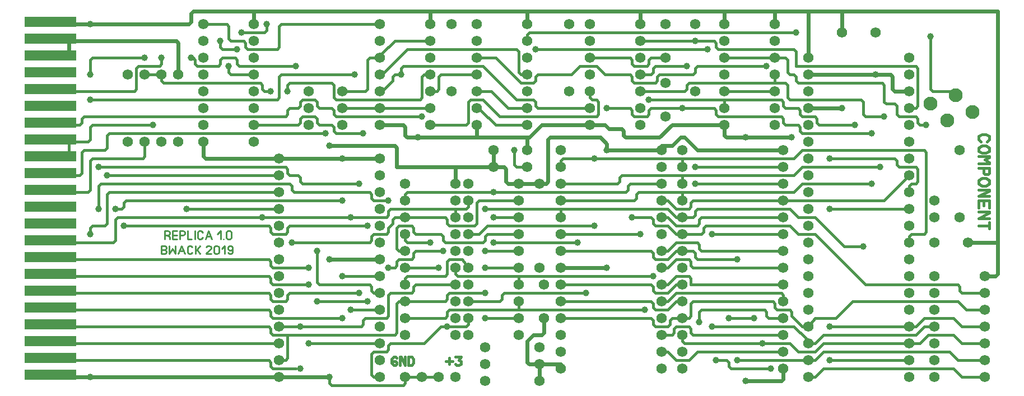
<source format=gbr>
%FSLAX34Y34*%
%MOMM*%
%LNCOPPER_TOP*%
G71*
G01*
%ADD10C,1.560*%
%ADD11C,2.100*%
%ADD12C,1.000*%
%ADD13C,0.630*%
%ADD14C,0.400*%
%ADD15R,7.800X1.600*%
%ADD16C,0.222*%
%LPD*%
X279400Y939800D02*
G54D10*
D03*
X279400Y965200D02*
G54D10*
D03*
X279400Y914400D02*
G54D10*
D03*
X279400Y889000D02*
G54D10*
D03*
X279400Y863600D02*
G54D10*
D03*
X279400Y838200D02*
G54D10*
D03*
X279400Y812800D02*
G54D10*
D03*
X279400Y787400D02*
G54D10*
D03*
X355600Y939800D02*
G54D10*
D03*
X355600Y965200D02*
G54D10*
D03*
X355600Y914400D02*
G54D10*
D03*
X355600Y889000D02*
G54D10*
D03*
X355600Y863600D02*
G54D10*
D03*
X355600Y838200D02*
G54D10*
D03*
X355600Y812800D02*
G54D10*
D03*
X355600Y787400D02*
G54D10*
D03*
X546100Y939800D02*
G54D10*
D03*
X546100Y965200D02*
G54D10*
D03*
X546100Y914400D02*
G54D10*
D03*
X546100Y889000D02*
G54D10*
D03*
X546100Y863600D02*
G54D10*
D03*
X546100Y838200D02*
G54D10*
D03*
X546100Y812800D02*
G54D10*
D03*
X622300Y939800D02*
G54D10*
D03*
X622300Y965200D02*
G54D10*
D03*
X622300Y914400D02*
G54D10*
D03*
X622300Y889000D02*
G54D10*
D03*
X622300Y863600D02*
G54D10*
D03*
X622300Y838200D02*
G54D10*
D03*
X622300Y812800D02*
G54D10*
D03*
X863600Y939800D02*
G54D10*
D03*
X863600Y965200D02*
G54D10*
D03*
X863600Y914400D02*
G54D10*
D03*
X863600Y889000D02*
G54D10*
D03*
X863600Y863600D02*
G54D10*
D03*
X863600Y838200D02*
G54D10*
D03*
X863600Y812800D02*
G54D10*
D03*
X939800Y939800D02*
G54D10*
D03*
X939800Y965200D02*
G54D10*
D03*
X939800Y914400D02*
G54D10*
D03*
X939800Y889000D02*
G54D10*
D03*
X939800Y863600D02*
G54D10*
D03*
X939800Y838200D02*
G54D10*
D03*
X939800Y812800D02*
G54D10*
D03*
X692150Y939800D02*
G54D10*
D03*
X692150Y965200D02*
G54D10*
D03*
X692150Y914400D02*
G54D10*
D03*
X692150Y889000D02*
G54D10*
D03*
X692150Y863600D02*
G54D10*
D03*
X692150Y838200D02*
G54D10*
D03*
X692150Y812800D02*
G54D10*
D03*
X768350Y939800D02*
G54D10*
D03*
X768350Y965200D02*
G54D10*
D03*
X768350Y914400D02*
G54D10*
D03*
X768350Y889000D02*
G54D10*
D03*
X768350Y863600D02*
G54D10*
D03*
X768350Y838200D02*
G54D10*
D03*
X768350Y812800D02*
G54D10*
D03*
X393700Y762000D02*
G54D10*
D03*
X393700Y736600D02*
G54D10*
D03*
X393700Y711200D02*
G54D10*
D03*
X393700Y685800D02*
G54D10*
D03*
X393700Y660400D02*
G54D10*
D03*
X393700Y635000D02*
G54D10*
D03*
X393700Y609600D02*
G54D10*
D03*
X393700Y584200D02*
G54D10*
D03*
X393700Y558800D02*
G54D10*
D03*
X393700Y533400D02*
G54D10*
D03*
X393700Y508000D02*
G54D10*
D03*
X393700Y482600D02*
G54D10*
D03*
X393700Y457200D02*
G54D10*
D03*
X393700Y431800D02*
G54D10*
D03*
X546100Y762000D02*
G54D10*
D03*
X546100Y736600D02*
G54D10*
D03*
X546100Y711200D02*
G54D10*
D03*
X546100Y685800D02*
G54D10*
D03*
X546100Y660400D02*
G54D10*
D03*
X546100Y635000D02*
G54D10*
D03*
X546100Y609600D02*
G54D10*
D03*
X546100Y584200D02*
G54D10*
D03*
X546100Y558800D02*
G54D10*
D03*
X546100Y533400D02*
G54D10*
D03*
X546100Y508000D02*
G54D10*
D03*
X546100Y482600D02*
G54D10*
D03*
X546100Y457200D02*
G54D10*
D03*
X546100Y431800D02*
G54D10*
D03*
X584200Y723900D02*
G54D10*
D03*
X584200Y698500D02*
G54D10*
D03*
X584200Y673100D02*
G54D10*
D03*
X584200Y647700D02*
G54D10*
D03*
X584200Y622300D02*
G54D10*
D03*
X584200Y596900D02*
G54D10*
D03*
X584200Y571500D02*
G54D10*
D03*
X584200Y546100D02*
G54D10*
D03*
X584200Y520700D02*
G54D10*
D03*
X584200Y495300D02*
G54D10*
D03*
X660400Y723900D02*
G54D10*
D03*
X660400Y698500D02*
G54D10*
D03*
X660400Y673100D02*
G54D10*
D03*
X660400Y647700D02*
G54D10*
D03*
X660400Y622300D02*
G54D10*
D03*
X660400Y596900D02*
G54D10*
D03*
X660400Y571500D02*
G54D10*
D03*
X660400Y546100D02*
G54D10*
D03*
X660400Y520700D02*
G54D10*
D03*
X660400Y495300D02*
G54D10*
D03*
X679450Y723900D02*
G54D10*
D03*
X679450Y698500D02*
G54D10*
D03*
X679450Y673100D02*
G54D10*
D03*
X679450Y647700D02*
G54D10*
D03*
X679450Y622300D02*
G54D10*
D03*
X679450Y596900D02*
G54D10*
D03*
X679450Y571500D02*
G54D10*
D03*
X679450Y546100D02*
G54D10*
D03*
X679450Y520700D02*
G54D10*
D03*
X679450Y495300D02*
G54D10*
D03*
X755650Y723900D02*
G54D10*
D03*
X755650Y698500D02*
G54D10*
D03*
X755650Y673100D02*
G54D10*
D03*
X755650Y647700D02*
G54D10*
D03*
X755650Y622300D02*
G54D10*
D03*
X755650Y596900D02*
G54D10*
D03*
X755650Y571500D02*
G54D10*
D03*
X755650Y546100D02*
G54D10*
D03*
X755650Y520700D02*
G54D10*
D03*
X755650Y495300D02*
G54D10*
D03*
X819150Y774700D02*
G54D10*
D03*
X819150Y749300D02*
G54D10*
D03*
X819150Y723900D02*
G54D10*
D03*
X819150Y698500D02*
G54D10*
D03*
X819150Y673100D02*
G54D10*
D03*
X819150Y647700D02*
G54D10*
D03*
X819150Y622300D02*
G54D10*
D03*
X819150Y596900D02*
G54D10*
D03*
X819150Y571500D02*
G54D10*
D03*
X819150Y546100D02*
G54D10*
D03*
X819150Y520700D02*
G54D10*
D03*
X819150Y495300D02*
G54D10*
D03*
X819150Y469900D02*
G54D10*
D03*
X819150Y444500D02*
G54D10*
D03*
X971550Y774700D02*
G54D10*
D03*
X971550Y749300D02*
G54D10*
D03*
X971550Y723900D02*
G54D10*
D03*
X971550Y698500D02*
G54D10*
D03*
X971550Y673100D02*
G54D10*
D03*
X971550Y647700D02*
G54D10*
D03*
X971550Y622300D02*
G54D10*
D03*
X971550Y596900D02*
G54D10*
D03*
X971550Y571500D02*
G54D10*
D03*
X971550Y546100D02*
G54D10*
D03*
X971550Y520700D02*
G54D10*
D03*
X971550Y495300D02*
G54D10*
D03*
X971550Y469900D02*
G54D10*
D03*
X971550Y444500D02*
G54D10*
D03*
X1003300Y774700D02*
G54D10*
D03*
X1003300Y749300D02*
G54D10*
D03*
X1003300Y723900D02*
G54D10*
D03*
X1003300Y698500D02*
G54D10*
D03*
X1003300Y673100D02*
G54D10*
D03*
X1003300Y647700D02*
G54D10*
D03*
X1003300Y622300D02*
G54D10*
D03*
X1003300Y596900D02*
G54D10*
D03*
X1003300Y571500D02*
G54D10*
D03*
X1003300Y546100D02*
G54D10*
D03*
X1003300Y520700D02*
G54D10*
D03*
X1003300Y495300D02*
G54D10*
D03*
X1003300Y469900D02*
G54D10*
D03*
X1003300Y444500D02*
G54D10*
D03*
X1155700Y774700D02*
G54D10*
D03*
X1155700Y749300D02*
G54D10*
D03*
X1155700Y723900D02*
G54D10*
D03*
X1155700Y698500D02*
G54D10*
D03*
X1155700Y673100D02*
G54D10*
D03*
X1155700Y647700D02*
G54D10*
D03*
X1155700Y622300D02*
G54D10*
D03*
X1155700Y596900D02*
G54D10*
D03*
X1155700Y571500D02*
G54D10*
D03*
X1155700Y546100D02*
G54D10*
D03*
X1155700Y520700D02*
G54D10*
D03*
X1155700Y495300D02*
G54D10*
D03*
X1155700Y469900D02*
G54D10*
D03*
X1155700Y444500D02*
G54D10*
D03*
X1066800Y939800D02*
G54D10*
D03*
X1066800Y965200D02*
G54D10*
D03*
X1066800Y914400D02*
G54D10*
D03*
X1066800Y889000D02*
G54D10*
D03*
X1066800Y863600D02*
G54D10*
D03*
X1066800Y838200D02*
G54D10*
D03*
X1066800Y812800D02*
G54D10*
D03*
X1143000Y939800D02*
G54D10*
D03*
X1143000Y965200D02*
G54D10*
D03*
X1143000Y914400D02*
G54D10*
D03*
X1143000Y889000D02*
G54D10*
D03*
X1143000Y863600D02*
G54D10*
D03*
X1143000Y838200D02*
G54D10*
D03*
X1143000Y812800D02*
G54D10*
D03*
X1193800Y914400D02*
G54D10*
D03*
X1193800Y889000D02*
G54D10*
D03*
X1193800Y863600D02*
G54D10*
D03*
X1193800Y838200D02*
G54D10*
D03*
X1193800Y812800D02*
G54D10*
D03*
X1193800Y787400D02*
G54D10*
D03*
X1193800Y762000D02*
G54D10*
D03*
X1193800Y736600D02*
G54D10*
D03*
X1193800Y711200D02*
G54D10*
D03*
X1193800Y685800D02*
G54D10*
D03*
X1193800Y660400D02*
G54D10*
D03*
X1193800Y635000D02*
G54D10*
D03*
X1193800Y609600D02*
G54D10*
D03*
X1193800Y584200D02*
G54D10*
D03*
X1346200Y914400D02*
G54D10*
D03*
X1346200Y889000D02*
G54D10*
D03*
X1346200Y863600D02*
G54D10*
D03*
X1346200Y838200D02*
G54D10*
D03*
X1346200Y812800D02*
G54D10*
D03*
X1346200Y787400D02*
G54D10*
D03*
X1346200Y762000D02*
G54D10*
D03*
X1346200Y736600D02*
G54D10*
D03*
X1346200Y711200D02*
G54D10*
D03*
X1346200Y685800D02*
G54D10*
D03*
X1346200Y660400D02*
G54D10*
D03*
X1346200Y635000D02*
G54D10*
D03*
X1346200Y609600D02*
G54D10*
D03*
X1346200Y584200D02*
G54D10*
D03*
X1193800Y558800D02*
G54D10*
D03*
X1193800Y533400D02*
G54D10*
D03*
X1193800Y508000D02*
G54D10*
D03*
X1193800Y482600D02*
G54D10*
D03*
X1193800Y457200D02*
G54D10*
D03*
X1193800Y431800D02*
G54D10*
D03*
X1346200Y558800D02*
G54D10*
D03*
X1346200Y533400D02*
G54D10*
D03*
X1346200Y508000D02*
G54D10*
D03*
X1346200Y482600D02*
G54D10*
D03*
X1346200Y457200D02*
G54D10*
D03*
X1346200Y431800D02*
G54D10*
D03*
X1384300Y584200D02*
G54D10*
D03*
X1384300Y558800D02*
G54D10*
D03*
X1384300Y533400D02*
G54D10*
D03*
X1384300Y508000D02*
G54D10*
D03*
X1384300Y482600D02*
G54D10*
D03*
X1384300Y457200D02*
G54D10*
D03*
X1384300Y431800D02*
G54D10*
D03*
X1460500Y584200D02*
G54D10*
D03*
X1460500Y558800D02*
G54D10*
D03*
X1460500Y533400D02*
G54D10*
D03*
X1460500Y508000D02*
G54D10*
D03*
X1460500Y482600D02*
G54D10*
D03*
X1460500Y457200D02*
G54D10*
D03*
X1460500Y431800D02*
G54D10*
D03*
X165100Y889000D02*
G54D10*
D03*
X190500Y889000D02*
G54D10*
D03*
X215900Y889000D02*
G54D10*
D03*
X241300Y889000D02*
G54D10*
D03*
X165100Y787400D02*
G54D10*
D03*
X190500Y787400D02*
G54D10*
D03*
X215900Y787400D02*
G54D10*
D03*
X241300Y787400D02*
G54D10*
D03*
X438150Y863600D02*
G54D10*
D03*
X438150Y838200D02*
G54D10*
D03*
X438150Y812800D02*
G54D10*
D03*
X488950Y812800D02*
G54D10*
D03*
X488950Y838200D02*
G54D10*
D03*
X488950Y863600D02*
G54D10*
D03*
X654050Y965200D02*
G54D10*
D03*
X654050Y863600D02*
G54D10*
D03*
X831850Y965200D02*
G54D10*
D03*
X831850Y863600D02*
G54D10*
D03*
X977900Y965200D02*
G54D10*
D03*
X1022350Y965200D02*
G54D10*
D03*
X977900Y914400D02*
G54D10*
D03*
X977900Y876300D02*
G54D10*
D03*
X1022350Y863600D02*
G54D10*
D03*
X977900Y825500D02*
G54D10*
D03*
X717550Y774700D02*
G54D10*
D03*
X717550Y749300D02*
G54D10*
D03*
X768350Y774700D02*
G54D10*
D03*
X768350Y749300D02*
G54D10*
D03*
X787400Y723900D02*
G54D10*
D03*
X787400Y596900D02*
G54D10*
D03*
X793750Y571500D02*
G54D10*
D03*
X1244600Y952500D02*
G54D10*
D03*
X1295400Y952500D02*
G54D10*
D03*
X1422400Y774700D02*
G54D10*
D03*
X1384300Y698500D02*
G54D10*
D03*
X1384300Y673100D02*
G54D10*
D03*
X1422400Y673100D02*
G54D10*
D03*
X1435100Y635000D02*
G54D10*
D03*
X1384300Y635000D02*
G54D10*
D03*
X793750Y520700D02*
G54D10*
D03*
X787400Y476250D02*
G54D10*
D03*
X787400Y450850D02*
G54D10*
D03*
X787400Y425450D02*
G54D10*
D03*
X704850Y425450D02*
G54D10*
D03*
X704850Y450850D02*
G54D10*
D03*
X704850Y476250D02*
G54D10*
D03*
X660400Y431800D02*
G54D10*
D03*
X635000Y431800D02*
G54D10*
D03*
X609600Y431800D02*
G54D10*
D03*
X584200Y431800D02*
G54D10*
D03*
X1416050Y857250D02*
G54D11*
D03*
X1377950Y844550D02*
G54D11*
D03*
X1441450Y831850D02*
G54D11*
D03*
X1403350Y819150D02*
G54D11*
D03*
X190500Y914400D02*
G54D12*
D03*
X215900Y914400D02*
G54D12*
D03*
X260350Y914400D02*
G54D12*
D03*
X107950Y889000D02*
G54D12*
D03*
X107950Y965200D02*
G54D12*
D03*
X304800Y939800D02*
G54D12*
D03*
X317500Y901700D02*
G54D12*
D03*
X107950Y850900D02*
G54D12*
D03*
X203200Y812800D02*
G54D12*
D03*
X120650Y749300D02*
G54D12*
D03*
X133350Y736600D02*
G54D12*
D03*
X120650Y685800D02*
G54D12*
D03*
X146050Y685800D02*
G54D12*
D03*
X254000Y685800D02*
G54D12*
D03*
X107950Y647700D02*
G54D12*
D03*
X158750Y660400D02*
G54D12*
D03*
X368300Y673100D02*
G54D12*
D03*
X488950Y698500D02*
G54D12*
D03*
X514350Y723900D02*
G54D12*
D03*
X488950Y762000D02*
G54D12*
D03*
X469900Y781050D02*
G54D12*
D03*
X463550Y800100D02*
G54D12*
D03*
X520700Y800100D02*
G54D12*
D03*
X558800Y698500D02*
G54D12*
D03*
X527050Y660400D02*
G54D12*
D03*
X501650Y673100D02*
G54D12*
D03*
X469900Y609600D02*
G54D12*
D03*
X450850Y622300D02*
G54D12*
D03*
X412750Y635000D02*
G54D12*
D03*
X438150Y596900D02*
G54D12*
D03*
X438150Y571500D02*
G54D12*
D03*
X488950Y584200D02*
G54D12*
D03*
X514350Y558800D02*
G54D12*
D03*
X527050Y546100D02*
G54D12*
D03*
X450850Y546100D02*
G54D12*
D03*
X501650Y533400D02*
G54D12*
D03*
X488950Y520700D02*
G54D12*
D03*
X425450Y508000D02*
G54D12*
D03*
X438150Y482600D02*
G54D12*
D03*
X425450Y444500D02*
G54D12*
D03*
X469900Y431800D02*
G54D12*
D03*
X647700Y508000D02*
G54D12*
D03*
X558800Y596900D02*
G54D12*
D03*
X635000Y596900D02*
G54D12*
D03*
X641350Y622300D02*
G54D12*
D03*
X622300Y635000D02*
G54D12*
D03*
X704850Y520700D02*
G54D12*
D03*
X704850Y558800D02*
G54D12*
D03*
X704850Y596900D02*
G54D12*
D03*
X704850Y622300D02*
G54D12*
D03*
X717550Y635000D02*
G54D12*
D03*
X717550Y673100D02*
G54D12*
D03*
X704850Y685800D02*
G54D12*
D03*
X717550Y711200D02*
G54D12*
D03*
X749300Y774700D02*
G54D12*
D03*
X869950Y762000D02*
G54D12*
D03*
X889000Y774700D02*
G54D12*
D03*
X939800Y647700D02*
G54D12*
D03*
X927100Y673100D02*
G54D12*
D03*
X869950Y660400D02*
G54D12*
D03*
X844550Y635000D02*
G54D12*
D03*
X889000Y596900D02*
G54D12*
D03*
X857250Y558800D02*
G54D12*
D03*
X603250Y793750D02*
G54D12*
D03*
X609600Y825500D02*
G54D12*
D03*
X107950Y431800D02*
G54D12*
D03*
X330200Y927100D02*
G54D12*
D03*
X336550Y952500D02*
G54D12*
D03*
X374650Y965200D02*
G54D12*
D03*
X381000Y863600D02*
G54D12*
D03*
X406400Y863600D02*
G54D12*
D03*
X419100Y901700D02*
G54D12*
D03*
X508000Y889000D02*
G54D12*
D03*
X577850Y889000D02*
G54D12*
D03*
X781050Y927100D02*
G54D12*
D03*
X889000Y838200D02*
G54D12*
D03*
X1022350Y939800D02*
G54D12*
D03*
X1041400Y927100D02*
G54D12*
D03*
X1009650Y901700D02*
G54D12*
D03*
X952500Y850900D02*
G54D12*
D03*
X1003300Y838200D02*
G54D12*
D03*
X1098550Y793750D02*
G54D12*
D03*
X1130300Y901700D02*
G54D12*
D03*
X1174750Y952500D02*
G54D12*
D03*
X1377950Y946150D02*
G54D12*
D03*
X1295400Y889000D02*
G54D12*
D03*
X1244600Y838200D02*
G54D12*
D03*
X1263650Y812800D02*
G54D12*
D03*
X1308100Y825500D02*
G54D12*
D03*
X1289050Y800100D02*
G54D12*
D03*
X1168400Y793750D02*
G54D12*
D03*
X1371600Y812800D02*
G54D12*
D03*
X1301750Y749300D02*
G54D12*
D03*
X1289050Y723900D02*
G54D12*
D03*
X1225550Y762000D02*
G54D12*
D03*
X1225550Y685800D02*
G54D12*
D03*
X1276350Y628650D02*
G54D12*
D03*
X1047750Y647700D02*
G54D12*
D03*
X1085850Y609600D02*
G54D12*
D03*
X1022350Y723900D02*
G54D12*
D03*
X1022350Y749300D02*
G54D12*
D03*
X958850Y584200D02*
G54D12*
D03*
X946150Y533400D02*
G54D12*
D03*
X1028700Y514350D02*
G54D12*
D03*
X1047750Y508000D02*
G54D12*
D03*
X1073150Y520700D02*
G54D12*
D03*
X1111250Y520700D02*
G54D12*
D03*
X1225550Y508000D02*
G54D12*
D03*
X1054100Y457200D02*
G54D12*
D03*
X1085850Y457200D02*
G54D12*
D03*
X1098550Y425450D02*
G54D12*
D03*
X1136650Y444500D02*
G54D12*
D03*
X1123950Y482600D02*
G54D12*
D03*
X1225550Y457200D02*
G54D12*
D03*
G54D13*
X76200Y965200D02*
X257175Y965200D01*
X260350Y968375D01*
X260350Y981075D01*
X263525Y984250D01*
X355600Y984250D01*
X355600Y965200D01*
G54D13*
X355600Y984250D02*
X622300Y984250D01*
X622300Y965200D01*
G54D13*
X622300Y984250D02*
X768350Y984250D01*
X768350Y965200D01*
G54D13*
X768350Y984250D02*
X939800Y984250D01*
X939800Y965200D01*
G54D13*
X939800Y984250D02*
X1066800Y984250D01*
X1066800Y965200D01*
X1066800Y984250D01*
X1143000Y984250D01*
X1143000Y965200D01*
G54D13*
X1143000Y984250D02*
X1193800Y984250D01*
X1193800Y914400D01*
G54D13*
X1193800Y984250D02*
X1244600Y984250D01*
X1244600Y952500D01*
G54D13*
X1244600Y984250D02*
X1479550Y984250D01*
X1479550Y635000D01*
X1435100Y635000D01*
G54D13*
X1479550Y635000D02*
X1479550Y587375D01*
X1476375Y584200D01*
X1460500Y584200D01*
G54D13*
X76200Y939800D02*
X238125Y939800D01*
X241300Y936625D01*
X241300Y889000D01*
G54D13*
X469900Y781050D02*
X568325Y781050D01*
X571500Y777875D01*
X571500Y749300D01*
X660400Y749300D01*
X660400Y723900D01*
G54D13*
X660400Y749300D02*
X733425Y749300D01*
X736600Y746125D01*
X736600Y727075D01*
X739775Y723900D01*
X796925Y723900D01*
X800100Y727075D01*
X800100Y790575D01*
X803275Y793750D01*
X879475Y793750D01*
X889000Y784225D01*
X889000Y774700D01*
G54D13*
X889000Y774700D02*
X971550Y774700D01*
X971550Y781050D01*
X987425Y781050D01*
X1000125Y793750D01*
X1006475Y793750D01*
X1025525Y774700D01*
X1155700Y774700D01*
G54D13*
X1168400Y793750D02*
X1069975Y793750D01*
X1066800Y796925D01*
X1066800Y812800D01*
X987425Y812800D01*
X968375Y793750D01*
X917575Y793750D01*
X914400Y796925D01*
X914400Y803275D01*
X911225Y806450D01*
X892175Y806450D01*
X885825Y812800D01*
X790575Y812800D01*
X771525Y793750D01*
X768350Y793750D01*
X768350Y774700D01*
G54D13*
X768350Y793750D02*
X692150Y793750D01*
X692150Y812800D01*
G54D13*
X692150Y793750D02*
X587375Y793750D01*
X584200Y796925D01*
X584200Y809625D01*
X581025Y812800D01*
X546100Y812800D01*
G54D13*
X546100Y762000D02*
X282575Y762000D01*
X279400Y765175D01*
X279400Y787400D01*
G54D13*
X819150Y596900D02*
X889000Y596900D01*
G54D13*
X1346200Y863600D02*
X1323975Y863600D01*
X1320800Y866775D01*
X1320800Y885825D01*
X1317625Y889000D01*
X1193800Y889000D01*
G54D13*
X717550Y749300D02*
X717550Y774700D01*
G54D14*
X107950Y889000D02*
X107950Y911225D01*
X111125Y914400D01*
X190500Y914400D01*
G54D14*
X215900Y914400D02*
X215900Y904875D01*
X212725Y901700D01*
X180975Y901700D01*
X177800Y898525D01*
X177800Y866775D01*
X174625Y863600D01*
X76200Y863600D01*
G54D14*
X190500Y889000D02*
X215900Y889000D01*
X215900Y879475D01*
X219075Y876300D01*
X365125Y876300D01*
X368300Y873125D01*
X368300Y866775D01*
X371475Y863600D01*
X381000Y863600D01*
G54D14*
X419100Y901700D02*
X333375Y901700D01*
X330200Y904875D01*
X330200Y911225D01*
X327025Y914400D01*
X307975Y914400D01*
X304800Y911225D01*
X304800Y904875D01*
X301625Y901700D01*
X269875Y901700D01*
X266700Y904875D01*
X266700Y911225D01*
X263525Y914400D01*
X260350Y914400D01*
G54D14*
X330200Y927100D02*
X307975Y927100D01*
X304800Y930275D01*
X304800Y939800D01*
G54D14*
X336550Y952500D02*
X371475Y952500D01*
X374650Y955675D01*
X374650Y965200D01*
G54D14*
X203200Y812800D02*
X111125Y812800D01*
X107950Y809625D01*
X107950Y790575D01*
X104775Y787400D01*
X76200Y787400D01*
G54D14*
X76200Y768350D02*
X76200Y787400D01*
G54D14*
X76200Y711200D02*
X104775Y711200D01*
X107950Y714375D01*
X107950Y758825D01*
X111125Y762000D01*
X187325Y762000D01*
X190500Y765175D01*
X190500Y787400D01*
G54D14*
X393700Y736600D02*
X133350Y736600D01*
G54D14*
X393700Y685800D02*
X254000Y685800D01*
G54D14*
X107950Y850900D02*
X390525Y850900D01*
X393700Y854075D01*
X393700Y885825D01*
X396875Y889000D01*
X508000Y889000D01*
G54D14*
X355600Y889000D02*
X320675Y889000D01*
X317500Y892175D01*
X317500Y901700D01*
G54D14*
X76200Y812800D02*
X92075Y812800D01*
X95250Y815975D01*
X95250Y822325D01*
X98425Y825500D01*
X403225Y825500D01*
X406400Y828675D01*
X406400Y835025D01*
X409575Y838200D01*
X422275Y838200D01*
X425450Y841375D01*
X425450Y847725D01*
X428625Y850900D01*
X447675Y850900D01*
X450850Y847725D01*
X450850Y841375D01*
X454025Y838200D01*
X473075Y838200D01*
X476250Y835025D01*
X476250Y828675D01*
X479425Y825500D01*
X609600Y825500D01*
G54D14*
X76200Y736600D02*
X92075Y736600D01*
X95250Y739775D01*
X95250Y771525D01*
X98425Y774700D01*
X130175Y774700D01*
X133350Y777875D01*
X133350Y796925D01*
X136525Y800100D01*
X463550Y800100D01*
G54D14*
X355600Y812800D02*
X422275Y812800D01*
X425450Y815975D01*
X425450Y822325D01*
X428625Y825500D01*
X447675Y825500D01*
X450850Y822325D01*
X450850Y815975D01*
X454025Y812800D01*
X473075Y812800D01*
X476250Y809625D01*
X476250Y803275D01*
X479425Y800100D01*
X520700Y800100D01*
G54D14*
X514350Y723900D02*
X428625Y723900D01*
X425450Y727075D01*
X425450Y733425D01*
X422275Y736600D01*
X409575Y736600D01*
X406400Y739775D01*
X406400Y746125D01*
X403225Y749300D01*
X120650Y749300D01*
G54D14*
X120650Y685800D02*
X120650Y720725D01*
X123825Y723900D01*
X409575Y723900D01*
X412750Y720725D01*
X412750Y714375D01*
X415925Y711200D01*
X530225Y711200D01*
X533400Y708025D01*
X533400Y701675D01*
X536575Y698500D01*
X558800Y698500D01*
G54D14*
X393700Y711200D02*
X136525Y711200D01*
X133350Y708025D01*
X133350Y663575D01*
X130175Y660400D01*
X111125Y660400D01*
X107950Y657225D01*
X107950Y647700D01*
G54D14*
X146050Y685800D02*
X155575Y685800D01*
X158750Y688975D01*
X158750Y695325D01*
X161925Y698500D01*
X488950Y698500D01*
G54D14*
X76200Y635000D02*
X142875Y635000D01*
X146050Y638175D01*
X146050Y669925D01*
X149225Y673100D01*
X555625Y673100D01*
X558800Y676275D01*
X558800Y682625D01*
X561975Y685800D01*
X676275Y685800D01*
X679450Y688975D01*
X679450Y698500D01*
G54D14*
X527050Y660400D02*
X409575Y660400D01*
X406400Y657225D01*
X406400Y650875D01*
X403225Y647700D01*
X384175Y647700D01*
X381000Y650875D01*
X381000Y657225D01*
X377825Y660400D01*
X158750Y660400D01*
G54D14*
X412750Y635000D02*
X530225Y635000D01*
X533400Y638175D01*
X533400Y644525D01*
X536575Y647700D01*
X555625Y647700D01*
X558800Y650875D01*
X558800Y657225D01*
X565150Y663575D01*
X565150Y669925D01*
X568325Y673100D01*
X644525Y673100D01*
X647700Y669925D01*
X647700Y663575D01*
X650875Y660400D01*
X688975Y660400D01*
X692150Y663575D01*
X692150Y695325D01*
X695325Y698500D01*
X755650Y698500D01*
G54D14*
X279400Y965200D02*
X314325Y965200D01*
X317500Y962025D01*
X317500Y942975D01*
X320675Y939800D01*
X339725Y939800D01*
X342900Y936625D01*
X342900Y930275D01*
X346075Y927100D01*
X390525Y927100D01*
X393700Y930275D01*
X393700Y962025D01*
X396875Y965200D01*
X546100Y965200D01*
G54D14*
X622300Y939800D02*
X568325Y939800D01*
X549275Y920750D01*
X546100Y914400D01*
X530225Y914400D01*
X527050Y911225D01*
X527050Y866775D01*
X523875Y863600D01*
X488950Y863600D01*
G54D14*
X406400Y863600D02*
X406400Y873125D01*
X409575Y876300D01*
X473075Y876300D01*
X476250Y873125D01*
X476250Y854075D01*
X479425Y850900D01*
X606425Y850900D01*
X609600Y854075D01*
X609600Y885825D01*
X612775Y889000D01*
X622300Y889000D01*
G54D14*
X692150Y889000D02*
X638175Y889000D01*
X635000Y885825D01*
X635000Y866775D01*
X631825Y863600D01*
X622300Y863600D01*
G54D14*
X622300Y838200D02*
X488950Y838200D01*
G54D14*
X622300Y812800D02*
X676275Y812800D01*
X679450Y815975D01*
X679450Y847725D01*
X682625Y850900D01*
X701675Y850900D01*
X727075Y825500D01*
X873125Y825500D01*
X876300Y828675D01*
X876300Y847725D01*
X873125Y850900D01*
X866775Y850900D01*
X863600Y854075D01*
X863600Y863600D01*
G54D14*
X863600Y838200D02*
X784225Y838200D01*
X781050Y841375D01*
X781050Y847725D01*
X777875Y850900D01*
X752475Y850900D01*
X701675Y901700D01*
X581025Y901700D01*
X577850Y898525D01*
X577850Y889000D01*
X568325Y889000D01*
X565150Y885825D01*
X565150Y879475D01*
X549275Y863600D01*
X546100Y863600D01*
G54D14*
X546100Y889000D02*
X552450Y892175D01*
X587375Y927100D01*
X752475Y927100D01*
X755650Y923925D01*
X755650Y892175D01*
X758825Y889000D01*
X768350Y889000D01*
G54D14*
X977900Y914400D02*
X955675Y914400D01*
X952500Y911225D01*
X952500Y904875D01*
X949325Y901700D01*
X930275Y901700D01*
X927100Y904875D01*
X927100Y911225D01*
X923925Y914400D01*
X863600Y914400D01*
G54D14*
X768350Y749300D02*
X752475Y749300D01*
X749300Y752475D01*
X749300Y774700D01*
G54D14*
X768350Y812800D02*
X720725Y812800D01*
X698500Y835025D01*
X692150Y838200D01*
G54D14*
X768350Y838200D02*
X739775Y838200D01*
X714375Y863600D01*
X692150Y863600D01*
G54D14*
X584200Y698500D02*
X584200Y708025D01*
X587375Y711200D01*
X917575Y711200D01*
X920750Y714375D01*
X920750Y720725D01*
X923925Y723900D01*
X971550Y723900D01*
G54D14*
X825500Y723900D02*
X904875Y723900D01*
X908050Y727075D01*
X908050Y733425D01*
X911225Y736600D01*
X1003300Y736600D01*
X1003300Y723900D01*
G54D14*
X1003300Y736600D02*
X1171575Y736600D01*
X1184275Y749300D01*
X1301750Y749300D01*
G54D14*
X1225550Y762000D02*
X1323975Y762000D01*
X1327150Y758825D01*
X1327150Y752475D01*
X1330325Y749300D01*
X1355725Y749300D01*
X1358900Y746125D01*
X1358900Y727075D01*
X1355725Y723900D01*
X1349375Y723900D01*
X1346200Y720725D01*
X1346200Y711200D01*
G54D14*
X1346200Y736600D02*
X1308100Y698500D01*
X1019175Y698500D01*
X1016000Y695325D01*
X1016000Y688975D01*
X1012825Y685800D01*
X993775Y685800D01*
X981075Y698500D01*
X971550Y698500D01*
G54D14*
X1289050Y723900D02*
X1184275Y723900D01*
X1171575Y711200D01*
X936625Y711200D01*
X933450Y708025D01*
X933450Y701675D01*
X930275Y698500D01*
X819150Y698500D01*
G54D14*
X1003300Y711200D02*
X1003300Y698500D01*
G54D14*
X1003300Y762000D02*
X1003300Y749300D01*
G54D14*
X819150Y749300D02*
X819150Y758825D01*
X822325Y762000D01*
X1171575Y762000D01*
X1184275Y774700D01*
X1368425Y774700D01*
X1371600Y771525D01*
X1371600Y650875D01*
X1368425Y647700D01*
X1349375Y647700D01*
X1346200Y644525D01*
X1346200Y635000D01*
G54D14*
X1346200Y685800D02*
X1225550Y685800D01*
G54D14*
X1276350Y628650D02*
X1247775Y628650D01*
X1203325Y673100D01*
X1177925Y673100D01*
X1165225Y685800D01*
X1025525Y685800D01*
X1022350Y682625D01*
X1022350Y676275D01*
X1019175Y673100D01*
X1003300Y673100D01*
X993775Y673100D01*
X981075Y685800D01*
X819150Y685800D01*
X819150Y673100D01*
G54D14*
X819150Y685800D02*
X704850Y685800D01*
G54D14*
X755650Y673100D02*
X717550Y673100D01*
G54D14*
X869950Y660400D02*
X708025Y660400D01*
X695325Y647700D01*
X679450Y647700D01*
G54D14*
X755650Y647700D02*
X708025Y647700D01*
X704850Y644525D01*
X704850Y638175D01*
X701675Y635000D01*
X644525Y635000D01*
X641350Y638175D01*
X641350Y644525D01*
X638175Y647700D01*
X600075Y647700D01*
X596900Y650875D01*
X596900Y657225D01*
X593725Y660400D01*
X574675Y660400D01*
X571500Y657225D01*
X571500Y625475D01*
X574675Y622300D01*
X584200Y622300D01*
G54D14*
X622300Y635000D02*
X587375Y635000D01*
X584200Y638175D01*
X584200Y647700D01*
G54D14*
X641350Y622300D02*
X600075Y622300D01*
X596900Y619125D01*
X596900Y612775D01*
X593725Y609600D01*
X574675Y609600D01*
X571500Y606425D01*
X571500Y600075D01*
X568325Y596900D01*
X558800Y596900D01*
G54D14*
X635000Y596900D02*
X584200Y596900D01*
G54D14*
X755650Y622300D02*
X704850Y622300D01*
G54D14*
X717550Y635000D02*
X844550Y635000D01*
G54D14*
X819150Y647700D02*
X939800Y647700D01*
G54D14*
X755650Y596900D02*
X704850Y596900D01*
G54D14*
X679450Y596900D02*
X669925Y609600D01*
X650875Y609600D01*
X647700Y606425D01*
X647700Y587375D01*
X644525Y584200D01*
X587375Y584200D01*
X584200Y581025D01*
X584200Y571500D01*
G54D14*
X546100Y584200D02*
X488950Y584200D01*
G54D14*
X438150Y596900D02*
X384175Y596900D01*
X381000Y600075D01*
X381000Y606425D01*
X377825Y609600D01*
X76200Y609600D01*
G54D14*
X76200Y584200D02*
X377825Y584200D01*
X381000Y581025D01*
X381000Y574675D01*
X384175Y571500D01*
X438150Y571500D01*
G54D14*
X450850Y622300D02*
X450850Y574675D01*
X454025Y571500D01*
X530225Y571500D01*
X533400Y568325D01*
X533400Y561975D01*
X536575Y558800D01*
X546100Y558800D01*
G54D13*
X546100Y609600D02*
X469900Y609600D01*
G54D14*
X514350Y558800D02*
X409575Y558800D01*
X406400Y555625D01*
X406400Y549275D01*
X403225Y546100D01*
X384175Y546100D01*
X381000Y549275D01*
X381000Y555625D01*
X377825Y558800D01*
X76200Y558800D01*
G54D14*
X76200Y533400D02*
X377825Y533400D01*
X381000Y530225D01*
X381000Y523875D01*
X384175Y520700D01*
X488950Y520700D01*
G54D14*
X546100Y533400D02*
X501650Y533400D01*
G54D14*
X527050Y546100D02*
X450850Y546100D01*
G54D14*
X393700Y508000D02*
X517525Y508000D01*
X520700Y511175D01*
X520700Y517525D01*
X523875Y520700D01*
X555625Y520700D01*
X558800Y523875D01*
X558800Y555625D01*
X561975Y558800D01*
X593725Y558800D01*
X596900Y561975D01*
X596900Y568325D01*
X600075Y571500D01*
X660400Y571500D01*
G54D14*
X660400Y596900D02*
X660400Y587375D01*
X663575Y584200D01*
X958850Y584200D01*
G54D14*
X755650Y571500D02*
X755650Y584200D01*
G54D14*
X704850Y558800D02*
X650875Y558800D01*
X647700Y555625D01*
X647700Y549275D01*
X644525Y546100D01*
X584200Y546100D01*
X574675Y546100D01*
X571500Y542925D01*
X571500Y498475D01*
X568325Y495300D01*
X384175Y495300D01*
X381000Y498475D01*
X381000Y504825D01*
X377825Y508000D01*
X76200Y508000D01*
G54D14*
X76200Y482600D02*
X393700Y482600D01*
G54D14*
X393700Y457200D02*
X403225Y457200D01*
X406400Y460375D01*
X406400Y495300D01*
G54D14*
X438150Y482600D02*
X546100Y482600D01*
G54D14*
X419100Y444500D02*
X384175Y444500D01*
X381000Y447675D01*
X381000Y454025D01*
X377825Y457200D01*
X76200Y457200D01*
G54D13*
X76200Y431800D02*
X469900Y431800D01*
G54D14*
X635000Y431800D02*
X584200Y431800D01*
X584200Y422275D01*
X581025Y419100D01*
X473075Y419100D01*
X469900Y422275D01*
X469900Y431800D01*
G54D14*
X546100Y431800D02*
X536575Y431800D01*
X533400Y434975D01*
X533400Y466725D01*
X536575Y469900D01*
X555625Y469900D01*
X558800Y473075D01*
X558800Y479425D01*
X561975Y482600D01*
X612775Y482600D01*
X638175Y508000D01*
X676275Y508000D01*
X679450Y511175D01*
X679450Y520700D01*
G54D14*
X755650Y520700D02*
X704850Y520700D01*
G54D13*
X793750Y520700D02*
X793750Y498475D01*
X790575Y495300D01*
X777875Y495300D01*
X768350Y485775D01*
X768350Y454025D01*
X771525Y450850D01*
X787400Y450850D01*
X787400Y425450D01*
X787400Y450850D01*
X819150Y450850D01*
X819150Y444500D01*
G54D14*
X584200Y520700D02*
X644525Y520700D01*
X647700Y523875D01*
X647700Y530225D01*
X650875Y533400D01*
X946150Y533400D01*
G54D14*
X857250Y558800D02*
X733425Y558800D01*
X730250Y555625D01*
X730250Y549275D01*
X727075Y546100D01*
X679450Y546100D01*
G54D14*
X819150Y520700D02*
X955675Y520700D01*
X958850Y517525D01*
X958850Y511175D01*
X962025Y508000D01*
X981075Y508000D01*
X984250Y511175D01*
X984250Y517525D01*
X987425Y520700D01*
X1012825Y520700D01*
X1016000Y523875D01*
X1016000Y542925D01*
X1019175Y546100D01*
X1139825Y546100D01*
X1143000Y542925D01*
X1143000Y536575D01*
X1146175Y533400D01*
X1165225Y533400D01*
X1168400Y530225D01*
X1168400Y523875D01*
X1184275Y508000D01*
X1193800Y508000D01*
X1203325Y520700D01*
X1235075Y520700D01*
X1260475Y546100D01*
X1419225Y546100D01*
X1431925Y533400D01*
X1460500Y533400D01*
G54D14*
X1460500Y558800D02*
X1425575Y558800D01*
X1422400Y561975D01*
X1422400Y568325D01*
X1419225Y571500D01*
X1279525Y571500D01*
X1203325Y647700D01*
X1177925Y647700D01*
X1165225Y660400D01*
X1038225Y660400D01*
X1035050Y657225D01*
X1035050Y650875D01*
X1031875Y647700D01*
X1003300Y647700D01*
X993775Y647700D01*
X981075Y660400D01*
X962025Y660400D01*
X958850Y663575D01*
X958850Y669925D01*
X955675Y673100D01*
X927100Y673100D01*
G54D14*
X971550Y673100D02*
X981075Y673100D01*
X993775Y660400D01*
X1025525Y660400D01*
X1028700Y663575D01*
X1028700Y669925D01*
X1031875Y673100D01*
X1155700Y673100D01*
G54D14*
X1155700Y647700D02*
X1047750Y647700D01*
G54D14*
X1155700Y622300D02*
X1031875Y622300D01*
X1028700Y625475D01*
X1028700Y631825D01*
X1025525Y635000D01*
X993775Y635000D01*
X981075Y622300D01*
X971550Y622300D01*
G54D14*
X1085850Y609600D02*
X1025525Y609600D01*
X1022350Y612775D01*
X1022350Y619125D01*
X1019175Y622300D01*
X1003300Y622300D01*
X993775Y622300D01*
X981075Y609600D01*
X962025Y609600D01*
X958850Y612775D01*
X958850Y619125D01*
X955675Y622300D01*
X819150Y622300D01*
G54D14*
X971550Y596900D02*
X981075Y596900D01*
X993775Y609600D01*
X1012825Y609600D01*
X1016000Y606425D01*
X1016000Y600075D01*
X1019175Y596900D01*
X1155700Y596900D01*
G54D14*
X1155700Y571500D02*
X1016000Y571500D01*
X1016000Y581025D01*
X1012825Y584200D01*
X993775Y584200D01*
X981075Y571500D01*
X971550Y571500D01*
G54D14*
X1003300Y571500D02*
X993775Y571500D01*
X981075Y558800D01*
X962025Y558800D01*
X958850Y561975D01*
X958850Y568325D01*
X955675Y571500D01*
X819150Y571500D01*
G54D14*
X819150Y546100D02*
X955675Y546100D01*
X958850Y542925D01*
X958850Y536575D01*
X962025Y533400D01*
X981075Y533400D01*
X993775Y546100D01*
X1003300Y546100D01*
G54D14*
X971550Y546100D02*
X981075Y546100D01*
X993775Y558800D01*
X1152525Y558800D01*
X1155700Y555625D01*
X1155700Y546100D01*
G54D14*
X1155700Y520700D02*
X1133475Y520700D01*
X1130300Y523875D01*
X1130300Y530225D01*
X1127125Y533400D01*
X1031875Y533400D01*
X1028700Y530225D01*
X1028700Y514350D01*
G54D14*
X1073150Y520700D02*
X1111250Y520700D01*
G54D14*
X1047750Y508000D02*
X1171575Y508000D01*
X1190625Y488950D01*
X1193800Y482600D01*
G54D14*
X1155700Y495300D02*
X1019175Y495300D01*
X1016000Y498475D01*
X1016000Y504825D01*
X1012825Y508000D01*
X993775Y508000D01*
X990600Y504825D01*
X990600Y498475D01*
X987425Y495300D01*
X971550Y495300D01*
G54D14*
X1003300Y495300D02*
X1003300Y485775D01*
X1006475Y482600D01*
X1165225Y482600D01*
X1177925Y469900D01*
X1203325Y469900D01*
X1216025Y482600D01*
X1362075Y482600D01*
X1374775Y495300D01*
X1412875Y495300D01*
X1425575Y482600D01*
X1460500Y482600D01*
G54D14*
X1460500Y508000D02*
X1425575Y508000D01*
X1412875Y520700D01*
X1368425Y520700D01*
X1355725Y508000D01*
X1346200Y508000D01*
G54D14*
X1346200Y508000D02*
X1225550Y508000D01*
G54D14*
X1384300Y508000D02*
X1368425Y508000D01*
X1355725Y495300D01*
X1216025Y495300D01*
X1203325Y482600D01*
X1193800Y482600D01*
G54D14*
X1460500Y457200D02*
X1419225Y457200D01*
X1406525Y469900D01*
X1216025Y469900D01*
X1203325Y457200D01*
X1085850Y457200D01*
G54D14*
X1136650Y444500D02*
X1076325Y444500D01*
X1073150Y447675D01*
X1073150Y454025D01*
X1069975Y457200D01*
X1054100Y457200D01*
G54D13*
X1098550Y425450D02*
X1152525Y425450D01*
X1155700Y428625D01*
X1155700Y444500D01*
G54D14*
X1225550Y457200D02*
X1346200Y457200D01*
G54D14*
X1193800Y431800D02*
X1203325Y431800D01*
X1216025Y444500D01*
X1412875Y444500D01*
X1425575Y431800D01*
X1460500Y431800D01*
G54D14*
X1416050Y857250D02*
X1416050Y863600D01*
X1381125Y863600D01*
X1377950Y866775D01*
X1377950Y946150D01*
G54D14*
X1346200Y838200D02*
X1355725Y838200D01*
X1358900Y841375D01*
X1358900Y898525D01*
X1355725Y901700D01*
X1174750Y901700D01*
X1174750Y923925D01*
X1171575Y927100D01*
X1057275Y927100D01*
X1054100Y930275D01*
X1054100Y936625D01*
X1050925Y939800D01*
X939800Y939800D01*
G54D14*
X1371600Y812800D02*
X1362075Y812800D01*
X1358900Y815975D01*
X1358900Y822325D01*
X1355725Y825500D01*
X1330325Y825500D01*
X1327150Y828675D01*
X1327150Y841375D01*
X1323975Y844550D01*
X1311275Y844550D01*
X1308100Y847725D01*
X1308100Y873125D01*
X1304925Y876300D01*
X1177925Y876300D01*
X1174750Y879475D01*
X1174750Y885825D01*
X1171575Y889000D01*
X1165225Y889000D01*
X1162050Y892175D01*
X1162050Y911225D01*
X1158875Y914400D01*
X1066800Y914400D01*
G54D14*
X1130300Y901700D02*
X1025525Y901700D01*
X1022350Y898525D01*
X1022350Y892175D01*
X1019175Y889000D01*
X968375Y889000D01*
X965200Y885825D01*
X965200Y879475D01*
X962025Y876300D01*
X930275Y876300D01*
X927100Y879475D01*
X927100Y885825D01*
X923925Y889000D01*
G54D14*
X923925Y889000D02*
X885825Y889000D01*
X873125Y901700D01*
X847725Y901700D01*
X835025Y889000D01*
X784225Y889000D01*
X781050Y885825D01*
X781050Y879475D01*
X777875Y876300D01*
X758825Y876300D01*
X720725Y914400D01*
X692150Y914400D01*
G54D14*
X1009650Y901700D02*
X962025Y901700D01*
X958850Y898525D01*
X958850Y892175D01*
X955675Y889000D01*
X939800Y889000D01*
G54D14*
X1041400Y927100D02*
X781050Y927100D01*
G54D14*
X768350Y939800D02*
X768350Y949325D01*
X771525Y952500D01*
X1174750Y952500D01*
G54D14*
X1308100Y825500D02*
X1279525Y825500D01*
X1276350Y828675D01*
X1276350Y847725D01*
X1273175Y850900D01*
X1165225Y850900D01*
X1162050Y854075D01*
X1162050Y873125D01*
X1158875Y876300D01*
X1012825Y876300D01*
X1009650Y873125D01*
X1009650Y866775D01*
X1006475Y863600D01*
X939800Y863600D01*
G54D14*
X952500Y850900D02*
X1152525Y850900D01*
X1155700Y847725D01*
X1155700Y841375D01*
X1158875Y838200D01*
X1177925Y838200D01*
X1181100Y835025D01*
X1181100Y828675D01*
X1184275Y825500D01*
X1203325Y825500D01*
X1206500Y822325D01*
X1206500Y815975D01*
X1209675Y812800D01*
X1263650Y812800D01*
G54D14*
X1066800Y850900D02*
X1066800Y838200D01*
G54D14*
X1289050Y800100D02*
X1184275Y800100D01*
X1181100Y803275D01*
X1181100Y809625D01*
X1177925Y812800D01*
X1158875Y812800D01*
X1155700Y815975D01*
X1155700Y822325D01*
X1152525Y825500D01*
X1057275Y825500D01*
X1054100Y828675D01*
X1054100Y835025D01*
X1050925Y838200D01*
X955675Y838200D01*
X952500Y835025D01*
X952500Y828675D01*
X949325Y825500D01*
X930275Y825500D01*
X927100Y828675D01*
X927100Y835025D01*
X923925Y838200D01*
X889000Y838200D01*
G54D14*
X1155700Y749300D02*
X1022350Y749300D01*
G54D14*
X1155700Y723900D02*
X1022350Y723900D01*
G54D14*
X1143000Y863600D02*
X1066800Y863600D01*
G54D14*
X1143000Y889000D02*
X1143000Y876300D01*
X47625Y968375D02*
G54D15*
D03*
X47625Y942975D02*
G54D15*
D03*
X47625Y917575D02*
G54D15*
D03*
X47625Y892175D02*
G54D15*
D03*
X47625Y866775D02*
G54D15*
D03*
X47625Y841375D02*
G54D15*
D03*
X47625Y815975D02*
G54D15*
D03*
X47625Y790575D02*
G54D15*
D03*
X47625Y765175D02*
G54D15*
D03*
X47625Y739775D02*
G54D15*
D03*
X47625Y714375D02*
G54D15*
D03*
X47625Y688975D02*
G54D15*
D03*
X47625Y663575D02*
G54D15*
D03*
X47625Y638175D02*
G54D15*
D03*
X47625Y612775D02*
G54D15*
D03*
X47625Y587375D02*
G54D15*
D03*
X47625Y561975D02*
G54D15*
D03*
X47625Y536575D02*
G54D15*
D03*
X47625Y511175D02*
G54D15*
D03*
X47625Y485775D02*
G54D15*
D03*
X47625Y460375D02*
G54D15*
D03*
X47625Y434975D02*
G54D15*
D03*
G54D14*
X755650Y533400D02*
X755650Y546100D01*
G54D14*
X1155700Y469900D02*
X1025525Y469900D01*
X1012825Y457200D01*
X993775Y457200D01*
X981075Y469900D01*
X971550Y469900D01*
G54D14*
X660400Y685800D02*
X660400Y673100D01*
G54D13*
X1193800Y838200D02*
X1244600Y838200D01*
G54D14*
X1454150Y787400D02*
X1450975Y790575D01*
X1450975Y795338D01*
X1455738Y798512D01*
X1462088Y798512D01*
X1466850Y795338D01*
X1466850Y790575D01*
X1463675Y787400D01*
G54D14*
X1450975Y765175D02*
X1466850Y765175D01*
X1466850Y763588D01*
X1460372Y759900D01*
X1466850Y755650D01*
X1466850Y754062D01*
X1450975Y754062D01*
G54D14*
X1450975Y747712D02*
X1466850Y747712D01*
X1466850Y739775D01*
X1465262Y738188D01*
X1460500Y738188D01*
X1458912Y739775D01*
X1458912Y746125D01*
G54D14*
X1455738Y731838D02*
X1462088Y731838D01*
X1466850Y728662D01*
X1466850Y723900D01*
X1462088Y720725D01*
X1455738Y720725D01*
X1450975Y723900D01*
X1450975Y728662D01*
X1455738Y731838D01*
G54D14*
X1455738Y781050D02*
X1462088Y781050D01*
X1466850Y777875D01*
X1466850Y773112D01*
X1462088Y769938D01*
X1455738Y769938D01*
X1450975Y773112D01*
X1450975Y777875D01*
X1455738Y781050D01*
G54D14*
X1450975Y714375D02*
X1466850Y714375D01*
X1466850Y712788D01*
X1450975Y704850D01*
X1466850Y704850D01*
G54D14*
X1450975Y687388D02*
X1450975Y698500D01*
X1458912Y698500D01*
X1458912Y690562D01*
X1458912Y698500D01*
X1466850Y698500D01*
X1466850Y687388D01*
G54D14*
X1466850Y655638D02*
X1466850Y665162D01*
X1466850Y660400D01*
X1450975Y660400D01*
G54D14*
X1450975Y681038D02*
X1466850Y681038D01*
X1466850Y679450D01*
X1450975Y671512D01*
X1466850Y671512D01*
G54D14*
X571500Y460375D02*
X569912Y461962D01*
X566738Y461962D01*
X563562Y458788D01*
X563562Y452438D01*
X566738Y449262D01*
X569912Y449262D01*
X571500Y450850D01*
X571500Y454025D01*
X569912Y455612D01*
X566738Y455612D01*
G54D14*
X576262Y449262D02*
X576262Y461962D01*
X577850Y461962D01*
X584200Y449262D01*
X584200Y461962D01*
G54D14*
X588962Y461962D02*
X588962Y449262D01*
X593725Y449262D01*
X596900Y452438D01*
X596900Y458788D01*
X593725Y461962D01*
X588962Y461962D01*
G54D14*
X646112Y455612D02*
X655638Y455612D01*
G54D14*
X650875Y460375D02*
X650875Y450850D01*
G54D14*
X660400Y461962D02*
X668338Y461962D01*
X665162Y457200D01*
X668338Y455612D01*
X668338Y450850D01*
X665162Y449262D01*
X661988Y449262D01*
X660400Y450850D01*
G54D13*
X76200Y939800D02*
X76200Y914400D01*
G54D16*
X215900Y617538D02*
X215900Y629982D01*
X220567Y629982D01*
X222433Y629204D01*
X223367Y627649D01*
X223367Y626093D01*
X222433Y624538D01*
X220567Y623760D01*
X222433Y622982D01*
X223367Y621426D01*
X223367Y619871D01*
X222433Y618315D01*
X220567Y617538D01*
X215900Y617538D01*
G54D16*
X215900Y623760D02*
X220567Y623760D01*
G54D16*
X227723Y629982D02*
X227723Y617538D01*
X232390Y625315D01*
X237056Y617538D01*
X237056Y629982D01*
G54D16*
X241412Y617538D02*
X246079Y629982D01*
X250745Y617538D01*
G54D16*
X243279Y622204D02*
X248879Y622204D01*
G54D16*
X262568Y619871D02*
X261634Y618315D01*
X259768Y617538D01*
X257901Y617538D01*
X256034Y618315D01*
X255101Y619871D01*
X255101Y627649D01*
X256034Y629204D01*
X257901Y629982D01*
X259768Y629982D01*
X261634Y629204D01*
X262568Y627649D01*
G54D16*
X266924Y617538D02*
X266924Y629982D01*
G54D16*
X266924Y621426D02*
X274391Y629982D01*
G54D16*
X269724Y623760D02*
X274391Y617538D01*
G54D16*
X290757Y617538D02*
X283290Y617538D01*
X283290Y618315D01*
X284223Y619871D01*
X289823Y624538D01*
X290757Y626093D01*
X290757Y627649D01*
X289823Y629204D01*
X287957Y629982D01*
X286090Y629982D01*
X284223Y629204D01*
X283290Y627649D01*
G54D16*
X302580Y627649D02*
X302580Y619871D01*
X301646Y618315D01*
X299780Y617538D01*
X297913Y617538D01*
X296046Y618315D01*
X295113Y619871D01*
X295113Y627649D01*
X296046Y629204D01*
X297913Y629982D01*
X299780Y629982D01*
X301646Y629204D01*
X302580Y627649D01*
G54D16*
X306936Y625315D02*
X311603Y629982D01*
X311603Y617538D01*
G54D16*
X315959Y619871D02*
X316892Y618315D01*
X318759Y617538D01*
X320626Y617538D01*
X322492Y618315D01*
X323426Y619871D01*
X323426Y623760D01*
X323426Y624538D01*
X320626Y622982D01*
X318759Y622982D01*
X316892Y623760D01*
X315959Y625315D01*
X315959Y627649D01*
X316892Y629204D01*
X318759Y629982D01*
X320626Y629982D01*
X322492Y629204D01*
X323426Y627649D01*
X323426Y623760D01*
G54D16*
X224396Y645985D02*
X227196Y644429D01*
X228129Y642874D01*
X228129Y639762D01*
G54D16*
X220662Y639762D02*
X220662Y652207D01*
X225329Y652207D01*
X227196Y651429D01*
X228129Y649874D01*
X228129Y648318D01*
X227196Y646762D01*
X225329Y645985D01*
X220662Y645985D01*
G54D16*
X239019Y639762D02*
X232486Y639762D01*
X232486Y652207D01*
X239019Y652207D01*
G54D16*
X232486Y645985D02*
X239019Y645985D01*
G54D16*
X243374Y639762D02*
X243374Y652207D01*
X248041Y652207D01*
X249908Y651429D01*
X250841Y649874D01*
X250841Y648318D01*
X249908Y646762D01*
X248041Y645985D01*
X243374Y645985D01*
G54D16*
X255198Y652207D02*
X255198Y639762D01*
X261731Y639762D01*
G54D16*
X266086Y639762D02*
X266086Y652207D01*
G54D16*
X277909Y642096D02*
X276976Y640540D01*
X275109Y639762D01*
X273242Y639762D01*
X271376Y640540D01*
X270442Y642096D01*
X270442Y649874D01*
X271376Y651429D01*
X273242Y652207D01*
X275109Y652207D01*
X276976Y651429D01*
X277909Y649874D01*
G54D16*
X282266Y639762D02*
X286932Y652207D01*
X291599Y639762D01*
G54D16*
X284132Y644429D02*
X289732Y644429D01*
G54D16*
X300498Y647540D02*
X305164Y652207D01*
X305164Y639762D01*
G54D16*
X309520Y639762D02*
X309520Y639762D01*
G54D16*
X321343Y649874D02*
X321343Y642096D01*
X320410Y640540D01*
X318543Y639762D01*
X316676Y639762D01*
X314810Y640540D01*
X313876Y642096D01*
X313876Y649874D01*
X314810Y651429D01*
X316676Y652207D01*
X318543Y652207D01*
X320410Y651429D01*
X321343Y649874D01*
M02*

</source>
